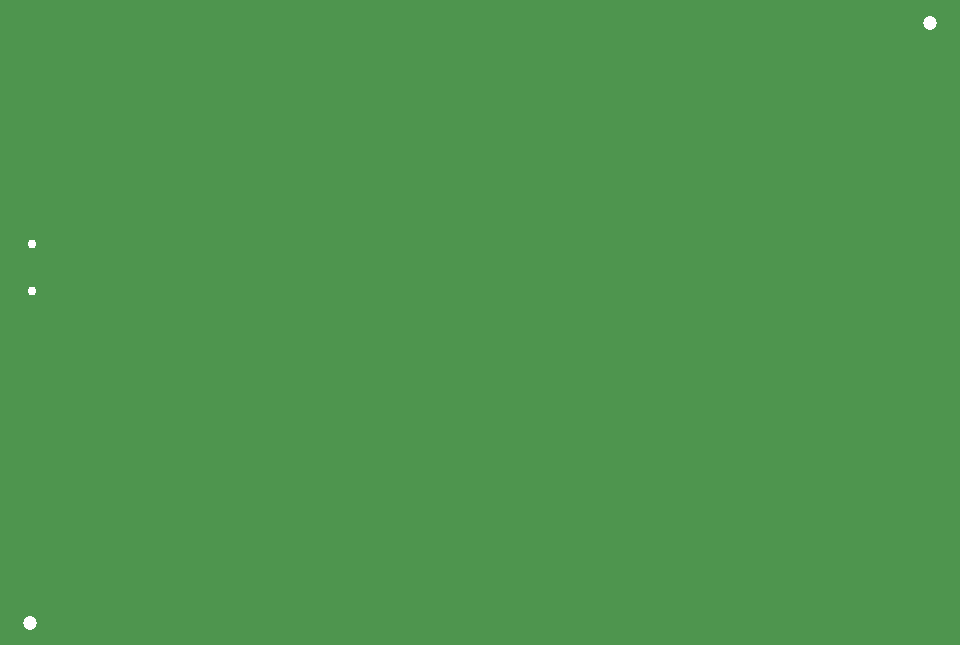
<source format=gbs>
G04 EAGLE Gerber RS-274X export*
G75*
%MOMM*%
%FSLAX34Y34*%
%LPD*%
%INSoldermask Bottom*%
%IPNEG*%
%AMOC8*
5,1,8,0,0,1.08239X$1,22.5*%
G01*
%ADD10C,0.753200*%
%ADD11C,1.203200*%


D10*
X-1030060Y418780D03*
X-1030060Y378780D03*
D11*
X-269800Y606500D03*
X-1031800Y98500D03*
M02*

</source>
